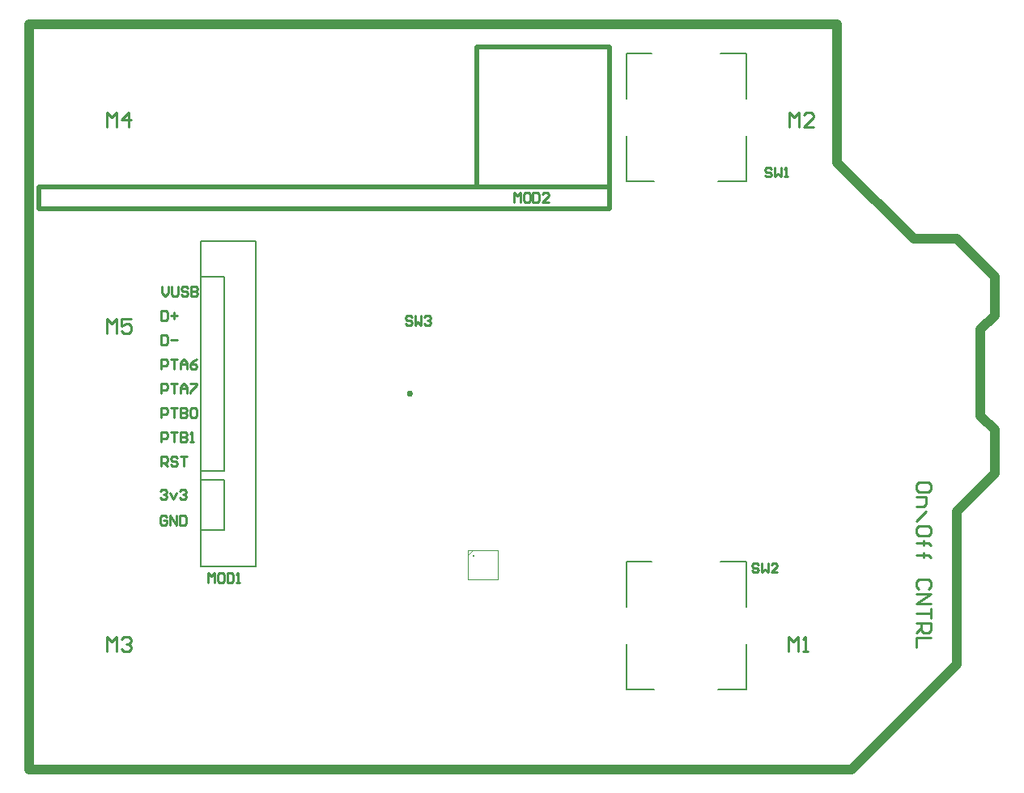
<source format=gto>
G04*
G04 #@! TF.GenerationSoftware,Altium Limited,CircuitStudio,1.5.2 (1.5.2.30)*
G04*
G04 Layer_Color=15065295*
%FSLAX44Y44*%
%MOMM*%
G71*
G01*
G75*
%ADD11C,0.5000*%
%ADD12C,0.2540*%
%ADD15C,0.0254*%
%ADD16C,1.0000*%
%ADD65C,0.2000*%
%ADD66C,0.2030*%
D11*
X727000Y866500D02*
Y1006000D01*
X587800D02*
X727000D01*
X587800Y860500D02*
Y1006000D01*
X130000Y836500D02*
Y859300D01*
Y836500D02*
X727000D01*
X130000Y859300D02*
X725000D01*
X727000Y836500D02*
Y866500D01*
D12*
X520250Y643000D02*
G03*
X520250Y643000I-2000J0D01*
G01*
X201500Y706500D02*
Y721735D01*
X206578Y716657D01*
X211657Y721735D01*
Y706500D01*
X226892Y721735D02*
X216735D01*
Y714117D01*
X221813Y716657D01*
X224352D01*
X226892Y714117D01*
Y709039D01*
X224352Y706500D01*
X219274D01*
X216735Y709039D01*
X201500Y922000D02*
Y937235D01*
X206578Y932157D01*
X211657Y937235D01*
Y922000D01*
X224352D02*
Y937235D01*
X216735Y929617D01*
X226892D01*
X201500Y373000D02*
Y388235D01*
X206578Y383157D01*
X211657Y388235D01*
Y373000D01*
X216735Y385696D02*
X219274Y388235D01*
X224352D01*
X226892Y385696D01*
Y383157D01*
X224352Y380617D01*
X221813D01*
X224352D01*
X226892Y378078D01*
Y375539D01*
X224352Y373000D01*
X219274D01*
X216735Y375539D01*
X915000Y922000D02*
Y937395D01*
X920132Y932263D01*
X925263Y937395D01*
Y922000D01*
X940658D02*
X930395D01*
X940658Y932263D01*
Y934829D01*
X938092Y937395D01*
X932961D01*
X930395Y934829D01*
X914000Y373000D02*
Y388235D01*
X919078Y383157D01*
X924157Y388235D01*
Y373000D01*
X929235D02*
X934313D01*
X931774D01*
Y388235D01*
X929235Y385696D01*
X627000Y843500D02*
Y853497D01*
X630332Y850164D01*
X633664Y853497D01*
Y843500D01*
X641995Y853497D02*
X638663D01*
X636997Y851831D01*
Y845166D01*
X638663Y843500D01*
X641995D01*
X643661Y845166D01*
Y851831D01*
X641995Y853497D01*
X646993D02*
Y843500D01*
X651992D01*
X653658Y845166D01*
Y851831D01*
X651992Y853497D01*
X646993D01*
X663655Y843500D02*
X656990D01*
X663655Y850164D01*
Y851831D01*
X661989Y853497D01*
X658656D01*
X656990Y851831D01*
X896665Y878331D02*
X894998Y879997D01*
X891666D01*
X890000Y878331D01*
Y876665D01*
X891666Y874998D01*
X894998D01*
X896665Y873332D01*
Y871666D01*
X894998Y870000D01*
X891666D01*
X890000Y871666D01*
X899997Y879997D02*
Y870000D01*
X903329Y873332D01*
X906661Y870000D01*
Y879997D01*
X909994Y870000D02*
X913326D01*
X911660D01*
Y879997D01*
X909994Y878331D01*
X882664Y464330D02*
X880998Y465997D01*
X877666D01*
X876000Y464330D01*
Y462664D01*
X877666Y460998D01*
X880998D01*
X882664Y459332D01*
Y457666D01*
X880998Y456000D01*
X877666D01*
X876000Y457666D01*
X885997Y465997D02*
Y456000D01*
X889329Y459332D01*
X892661Y456000D01*
Y465997D01*
X902658Y456000D02*
X895993D01*
X902658Y462664D01*
Y464330D01*
X900992Y465997D01*
X897660D01*
X895993Y464330D01*
X520125Y723109D02*
X518458Y724775D01*
X515126D01*
X513460Y723109D01*
Y721442D01*
X515126Y719776D01*
X518458D01*
X520125Y718110D01*
Y716444D01*
X518458Y714778D01*
X515126D01*
X513460Y716444D01*
X523457Y724775D02*
Y714778D01*
X526789Y718110D01*
X530121Y714778D01*
Y724775D01*
X533453Y723109D02*
X535120Y724775D01*
X538452D01*
X540118Y723109D01*
Y721442D01*
X538452Y719776D01*
X536786D01*
X538452D01*
X540118Y718110D01*
Y716444D01*
X538452Y714778D01*
X535120D01*
X533453Y716444D01*
X307000Y445500D02*
Y455497D01*
X310332Y452164D01*
X313664Y455497D01*
Y445500D01*
X321995Y455497D02*
X318663D01*
X316997Y453830D01*
Y447166D01*
X318663Y445500D01*
X321995D01*
X323661Y447166D01*
Y453830D01*
X321995Y455497D01*
X326993D02*
Y445500D01*
X331992D01*
X333658Y447166D01*
Y453830D01*
X331992Y455497D01*
X326993D01*
X336990Y445500D02*
X340322D01*
X338656D01*
Y455497D01*
X336990Y453830D01*
X1063235Y542882D02*
Y547961D01*
X1060696Y550500D01*
X1050539D01*
X1048000Y547961D01*
Y542882D01*
X1050539Y540343D01*
X1060696D01*
X1063235Y542882D01*
X1048000Y535265D02*
X1058157D01*
Y527647D01*
X1055617Y525108D01*
X1048000D01*
Y509873D02*
X1058157Y520030D01*
X1063235Y497177D02*
Y502256D01*
X1060696Y504795D01*
X1050539D01*
X1048000Y502256D01*
Y497177D01*
X1050539Y494638D01*
X1060696D01*
X1063235Y497177D01*
X1048000Y487020D02*
X1060696D01*
X1055617D01*
Y489560D01*
Y484481D01*
Y487020D01*
X1060696D01*
X1063235Y484481D01*
X1048000Y474324D02*
X1060696D01*
X1055617D01*
Y476864D01*
Y471785D01*
Y474324D01*
X1060696D01*
X1063235Y471785D01*
X1060696Y438776D02*
X1063235Y441315D01*
Y446394D01*
X1060696Y448933D01*
X1050539D01*
X1048000Y446394D01*
Y441315D01*
X1050539Y438776D01*
X1048000Y433698D02*
X1063235D01*
X1048000Y423541D01*
X1063235D01*
Y418463D02*
Y408306D01*
Y413384D01*
X1048000D01*
Y403228D02*
X1063235D01*
Y395610D01*
X1060696Y393071D01*
X1055617D01*
X1053078Y395610D01*
Y403228D01*
Y398149D02*
X1048000Y393071D01*
X1063235Y387993D02*
X1048000D01*
Y377836D01*
X257500Y541330D02*
X259166Y542997D01*
X262498D01*
X264164Y541330D01*
Y539664D01*
X262498Y537998D01*
X260832D01*
X262498D01*
X264164Y536332D01*
Y534666D01*
X262498Y533000D01*
X259166D01*
X257500Y534666D01*
X267497Y539664D02*
X270829Y533000D01*
X274161Y539664D01*
X277493Y541330D02*
X279160Y542997D01*
X282492D01*
X284158Y541330D01*
Y539664D01*
X282492Y537998D01*
X280826D01*
X282492D01*
X284158Y536332D01*
Y534666D01*
X282492Y533000D01*
X279160D01*
X277493Y534666D01*
X264164Y513830D02*
X262498Y515497D01*
X259166D01*
X257500Y513830D01*
Y507166D01*
X259166Y505500D01*
X262498D01*
X264164Y507166D01*
Y510498D01*
X260832D01*
X267497Y505500D02*
Y515497D01*
X274161Y505500D01*
Y515497D01*
X277493D02*
Y505500D01*
X282492D01*
X284158Y507166D01*
Y513830D01*
X282492Y515497D01*
X277493D01*
X259250Y755047D02*
Y748382D01*
X262582Y745050D01*
X265914Y748382D01*
Y755047D01*
X269247D02*
Y746716D01*
X270913Y745050D01*
X274245D01*
X275911Y746716D01*
Y755047D01*
X285908Y753381D02*
X284242Y755047D01*
X280910D01*
X279244Y753381D01*
Y751714D01*
X280910Y750048D01*
X284242D01*
X285908Y748382D01*
Y746716D01*
X284242Y745050D01*
X280910D01*
X279244Y746716D01*
X289240Y755047D02*
Y745050D01*
X294239D01*
X295905Y746716D01*
Y748382D01*
X294239Y750048D01*
X289240D01*
X294239D01*
X295905Y751714D01*
Y753381D01*
X294239Y755047D01*
X289240D01*
X258184Y729747D02*
Y719750D01*
X263182D01*
X264848Y721416D01*
Y728081D01*
X263182Y729747D01*
X258184D01*
X268181Y724748D02*
X274845D01*
X271513Y728081D02*
Y721416D01*
X258184Y704363D02*
Y694367D01*
X263182D01*
X264848Y696033D01*
Y702697D01*
X263182Y704363D01*
X258184D01*
X268181Y699365D02*
X274845D01*
X258184Y643600D02*
Y653597D01*
X263182D01*
X264848Y651931D01*
Y648598D01*
X263182Y646932D01*
X258184D01*
X268181Y653597D02*
X274845D01*
X271513D01*
Y643600D01*
X278177D02*
Y650265D01*
X281510Y653597D01*
X284842Y650265D01*
Y643600D01*
Y648598D01*
X278177D01*
X288174Y653597D02*
X294839D01*
Y651931D01*
X288174Y645266D01*
Y643600D01*
X258184Y618217D02*
Y628214D01*
X263182D01*
X264848Y626547D01*
Y623215D01*
X263182Y621549D01*
X258184D01*
X268181Y628214D02*
X274845D01*
X271513D01*
Y618217D01*
X278177Y628214D02*
Y618217D01*
X283176D01*
X284842Y619883D01*
Y621549D01*
X283176Y623215D01*
X278177D01*
X283176D01*
X284842Y624881D01*
Y626547D01*
X283176Y628214D01*
X278177D01*
X288174Y626547D02*
X289840Y628214D01*
X293172D01*
X294839Y626547D01*
Y619883D01*
X293172Y618217D01*
X289840D01*
X288174Y619883D01*
Y626547D01*
X258184Y592833D02*
Y602830D01*
X263182D01*
X264848Y601164D01*
Y597832D01*
X263182Y596166D01*
X258184D01*
X268181Y602830D02*
X274845D01*
X271513D01*
Y592833D01*
X278177Y602830D02*
Y592833D01*
X283176D01*
X284842Y594500D01*
Y596166D01*
X283176Y597832D01*
X278177D01*
X283176D01*
X284842Y599498D01*
Y601164D01*
X283176Y602830D01*
X278177D01*
X288174Y592833D02*
X291506D01*
X289840D01*
Y602830D01*
X288174Y601164D01*
X258184Y567450D02*
Y577447D01*
X263182D01*
X264848Y575781D01*
Y572449D01*
X263182Y570782D01*
X258184D01*
X261516D02*
X264848Y567450D01*
X274845Y575781D02*
X273179Y577447D01*
X269847D01*
X268181Y575781D01*
Y574115D01*
X269847Y572449D01*
X273179D01*
X274845Y570782D01*
Y569116D01*
X273179Y567450D01*
X269847D01*
X268181Y569116D01*
X278177Y577447D02*
X284842D01*
X281510D01*
Y567450D01*
X258184Y668983D02*
Y678980D01*
X263182D01*
X264848Y677314D01*
Y673982D01*
X263182Y672316D01*
X258184D01*
X268181Y678980D02*
X274845D01*
X271513D01*
Y668983D01*
X278177D02*
Y675648D01*
X281510Y678980D01*
X284842Y675648D01*
Y668983D01*
Y673982D01*
X278177D01*
X294839Y678980D02*
X291506Y677314D01*
X288174Y673982D01*
Y670649D01*
X289840Y668983D01*
X293172D01*
X294839Y670649D01*
Y672316D01*
X293172Y673982D01*
X288174D01*
D15*
X585622Y473186D02*
G03*
X585622Y473186I-762J0D01*
G01*
X578866Y479536D02*
X609854D01*
X578866Y448548D02*
Y479536D01*
Y448548D02*
X609854D01*
Y479536D01*
X578866Y474456D02*
X583946Y479536D01*
D16*
X1045000Y805000D02*
X1090000D01*
X965000Y885000D02*
X1045000Y805000D01*
X965000Y885000D02*
Y1030000D01*
X1090000Y360000D02*
Y520000D01*
X980000Y250000D02*
X1090000Y360000D01*
X965000Y250000D02*
X980000D01*
X1130000Y725000D02*
Y765000D01*
X1115000Y710000D02*
X1130000Y725000D01*
Y560000D02*
Y605000D01*
X1115000Y620000D02*
X1130000Y605000D01*
X1115000Y620000D02*
Y710000D01*
X1090000Y520000D02*
X1130000Y560000D01*
X120000Y250000D02*
X965000D01*
X1090000Y805000D02*
X1130000Y765000D01*
X120000Y1030000D02*
X965000D01*
X120000Y250000D02*
Y1030000D01*
D65*
X840510Y333250D02*
X869750D01*
Y380750D01*
X843350Y467250D02*
X869750D01*
Y419750D02*
Y467250D01*
X744750Y333250D02*
X773990D01*
X744750D02*
Y380750D01*
Y467250D02*
X771150D01*
X744750Y419750D02*
Y467250D01*
X840510Y865000D02*
X869750D01*
Y912500D01*
X843350Y999000D02*
X869750D01*
Y951500D02*
Y999000D01*
X744750Y865000D02*
X773990D01*
X744750D02*
Y912500D01*
Y999000D02*
X771150D01*
X744750Y951500D02*
Y999000D01*
D66*
X299250Y462250D02*
Y802250D01*
Y462250D02*
X356750D01*
Y802250D01*
X299250D02*
X356750D01*
X324250Y500050D02*
Y552550D01*
X299250Y500050D02*
X324250D01*
X299250D02*
Y552550D01*
X324250D01*
X299250Y765050D02*
X324250D01*
X299250Y562550D02*
Y765050D01*
Y562550D02*
X324250D01*
Y765050D01*
M02*

</source>
